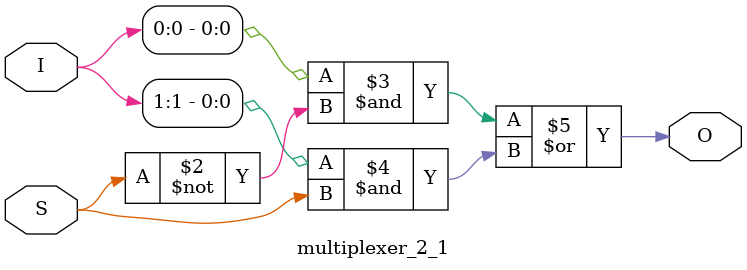
<source format=v>
/*
Module name: Mux 2 to 1 :>
Author: Nguyen Thanh Phu
*/

module multiplexer_2_1(S, I, O);
    input S;
    input [1:0] I;
    output reg O;
    always @(S, I)
        begin
            O = (I[0] & (~S)) | (I[1] & S);
        end
endmodule
</source>
